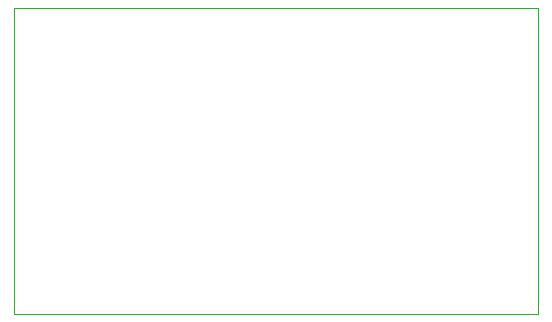
<source format=gbr>
G04 #@! TF.GenerationSoftware,KiCad,Pcbnew,5.1.2-f72e74a~84~ubuntu18.04.1*
G04 #@! TF.CreationDate,2019-07-06T11:59:09+02:00*
G04 #@! TF.ProjectId,loponode,6c6f706f-6e6f-4646-952e-6b696361645f,rev?*
G04 #@! TF.SameCoordinates,Original*
G04 #@! TF.FileFunction,Profile,NP*
%FSLAX46Y46*%
G04 Gerber Fmt 4.6, Leading zero omitted, Abs format (unit mm)*
G04 Created by KiCad (PCBNEW 5.1.2-f72e74a~84~ubuntu18.04.1) date 2019-07-06 11:59:09*
%MOMM*%
%LPD*%
G04 APERTURE LIST*
%ADD10C,0.100000*%
G04 APERTURE END LIST*
D10*
X111836200Y-121539000D02*
X111836200Y-147396200D01*
X156260800Y-121539000D02*
X111836200Y-121539000D01*
X156260800Y-147396200D02*
X156260800Y-121539000D01*
X111836200Y-147396200D02*
X156260800Y-147396200D01*
M02*

</source>
